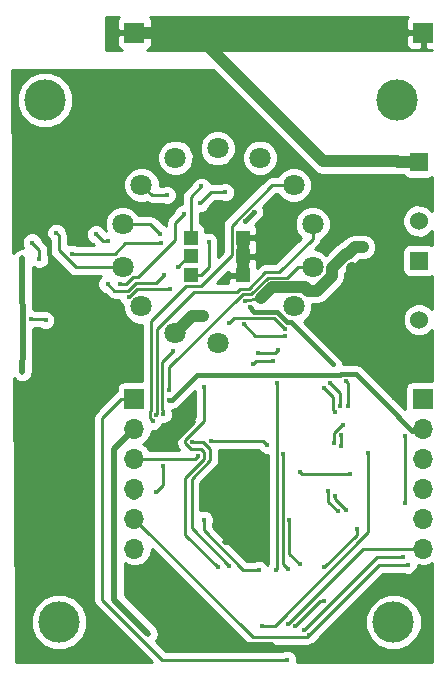
<source format=gtl>
%TF.GenerationSoftware,KiCad,Pcbnew,4.0.7*%
%TF.CreationDate,2017-11-15T23:53:34+08:00*%
%TF.ProjectId,finalRoundNixie,66696E616C526F756E644E697869652E,rev?*%
%TF.FileFunction,Copper,L1,Top,Signal*%
%FSLAX46Y46*%
G04 Gerber Fmt 4.6, Leading zero omitted, Abs format (unit mm)*
G04 Created by KiCad (PCBNEW 4.0.7) date 11/15/17 23:53:34*
%MOMM*%
%LPD*%
G01*
G04 APERTURE LIST*
%ADD10C,0.100000*%
%ADD11R,1.700000X1.700000*%
%ADD12O,1.700000X1.700000*%
%ADD13R,1.524000X1.524000*%
%ADD14C,1.524000*%
%ADD15R,1.200000X1.200000*%
%ADD16C,1.800000*%
%ADD17C,3.500000*%
%ADD18C,0.453000*%
%ADD19C,0.400000*%
%ADD20C,1.000000*%
%ADD21C,0.250000*%
%ADD22C,0.500000*%
%ADD23C,1.000000*%
%ADD24C,0.400000*%
%ADD25C,0.254000*%
G04 APERTURE END LIST*
D10*
D11*
X35500000Y-33000000D03*
D12*
X35500000Y-35540000D03*
X35500000Y-38080000D03*
X35500000Y-40620000D03*
X35500000Y-43160000D03*
X35500000Y-45700000D03*
D11*
X11100000Y-33000000D03*
D12*
X11100000Y-35540000D03*
X11100000Y-38080000D03*
X11100000Y-40620000D03*
X11100000Y-43160000D03*
X11100000Y-45700000D03*
D13*
X35150000Y-12950000D03*
D14*
X35150000Y-17950000D03*
D13*
X35200000Y-21300000D03*
D14*
X35200000Y-26300000D03*
D11*
X11100000Y-2000000D03*
X35550000Y-2000000D03*
D15*
X20250000Y-19350000D03*
X20250000Y-20950000D03*
X15850000Y-19350000D03*
X15850000Y-20950000D03*
X15850000Y-22550000D03*
X20250000Y-22550000D03*
D16*
X18143155Y-11785798D03*
X14563614Y-12602805D03*
X11693045Y-14892007D03*
X10100000Y-18200000D03*
X10100000Y-21871596D03*
X11693045Y-25179589D03*
X14563614Y-27468791D03*
X18143155Y-28285798D03*
X24593265Y-25179589D03*
X26186310Y-21871596D03*
X26186310Y-18200000D03*
X24593265Y-14892007D03*
X21722696Y-12602805D03*
D17*
X33030000Y-51900000D03*
X4700000Y-51900000D03*
X3500000Y-7700000D03*
X33300000Y-7700000D03*
D18*
X27135030Y-50135030D03*
X24725741Y-52234319D03*
X3850000Y-19750000D03*
X18610000Y-52930000D03*
X22780010Y-53868490D03*
X6160000Y-29300000D03*
X3090000Y-24380000D03*
D19*
X14620000Y-36420000D03*
X16059998Y-34950000D03*
X6925000Y-16700000D03*
X4625000Y-16600000D03*
X29525000Y-24975000D03*
X29500000Y-21650000D03*
X22000000Y-42950000D03*
X18750000Y-45100000D03*
X1650000Y-28719990D03*
D18*
X5790000Y-20720000D03*
X13330000Y-19850000D03*
X1590000Y-21123500D03*
X1600000Y-30740000D03*
D19*
X21254048Y-17159568D03*
X20425000Y-17988616D03*
X27900000Y-30075000D03*
X20850000Y-25250000D03*
X16775000Y-15025000D03*
X14800000Y-21825000D03*
X17375000Y-19699987D03*
X24100000Y-52050000D03*
X25916120Y-52977817D03*
X34240000Y-47050000D03*
X22356139Y-36910010D03*
X17599998Y-36575010D03*
X16470864Y-37822533D03*
X29380000Y-39360000D03*
X25089998Y-39200000D03*
D18*
X28840000Y-1975000D03*
X30110000Y-1975000D03*
X31380000Y-1975000D03*
X32650000Y-1975000D03*
X18680000Y-1975000D03*
X13600000Y-2000000D03*
X14870000Y-2000000D03*
X16200000Y-2000000D03*
D20*
X30450010Y-20149999D03*
D19*
X16900000Y-26025000D03*
X20450000Y-24700000D03*
D18*
X10620155Y-24399500D03*
X14070000Y-23720000D03*
X8830000Y-23280000D03*
X13570000Y-22510000D03*
X15298490Y-17344685D03*
X9850000Y-23300000D03*
X7850000Y-19080000D03*
X8850000Y-19680000D03*
D19*
X4475000Y-18950000D03*
X28624827Y-36027651D03*
X28995500Y-42424809D03*
X28050000Y-41210000D03*
X23845010Y-27697615D03*
X13273761Y-19023761D03*
X27140256Y-32054796D03*
X28106576Y-34098371D03*
X20350000Y-26700000D03*
X28581060Y-37024689D03*
X28475010Y-33600000D03*
X28299248Y-42510012D03*
X27498916Y-40819519D03*
X23845010Y-27097602D03*
X28774990Y-35228547D03*
X19136609Y-26549882D03*
X27636376Y-31701116D03*
X28031942Y-36782854D03*
X13850000Y-15750000D03*
X14336990Y-28985789D03*
X13550000Y-34285002D03*
X12964844Y-40864098D03*
X13550000Y-38700000D03*
X12655318Y-34909800D03*
X12929215Y-34334984D03*
X14025010Y-32299140D03*
X29010655Y-31516402D03*
X29175000Y-33575000D03*
X23101246Y-47470010D03*
X23170000Y-31690000D03*
D18*
X2425001Y-19771104D03*
X3050000Y-21150000D03*
D19*
X21610000Y-47470010D03*
X16990000Y-43230000D03*
X16001067Y-36643534D03*
X19140000Y-47120000D03*
X27180000Y-47280000D03*
X29920000Y-44050000D03*
X17000000Y-31980000D03*
X18140000Y-47230000D03*
X24225010Y-43270000D03*
X25130000Y-47030000D03*
X21911239Y-52258761D03*
X30910000Y-37590000D03*
X24139602Y-47415920D03*
X23700000Y-37650000D03*
D18*
X23230000Y-28870000D03*
X21520000Y-29140000D03*
X21124624Y-30062309D03*
X22870000Y-29790000D03*
D19*
X12280000Y-52890000D03*
X14025010Y-33090632D03*
X32350000Y-33400000D03*
X25450000Y-52600000D03*
D18*
X24026500Y-55100000D03*
D19*
X3570000Y-26360000D03*
X2361109Y-26230088D03*
X33799989Y-46430464D03*
X33970000Y-36120000D03*
X34040000Y-41860000D03*
X18800000Y-15525000D03*
X16650000Y-16450000D03*
D21*
X24725741Y-52234319D02*
X26825030Y-50135030D01*
X26825030Y-50135030D02*
X27135030Y-50135030D01*
X3850000Y-23620000D02*
X3850000Y-19750000D01*
X3090000Y-24380000D02*
X3850000Y-23620000D01*
X4625000Y-16600000D02*
X6825000Y-16600000D01*
X6825000Y-16600000D02*
X6925000Y-16700000D01*
D22*
X18610000Y-52930000D02*
X19548490Y-53868490D01*
X19548490Y-53868490D02*
X22780010Y-53868490D01*
D21*
X5510000Y-26800000D02*
X5510000Y-28650000D01*
X5510000Y-28650000D02*
X6160000Y-29300000D01*
X3090000Y-24380000D02*
X5510000Y-26800000D01*
D22*
X14620000Y-36389998D02*
X14620000Y-36420000D01*
X16059998Y-34950000D02*
X14620000Y-36389998D01*
D23*
X20250000Y-20950000D02*
X20250000Y-22550000D01*
X20250000Y-19350000D02*
X20250000Y-20950000D01*
X29525000Y-21957842D02*
X29525000Y-24975000D01*
D22*
X29500000Y-21650000D02*
X29500000Y-21932842D01*
D23*
X29500000Y-21932842D02*
X29525000Y-21957842D01*
X22000000Y-42950000D02*
X21380000Y-43570000D01*
X21380000Y-43570000D02*
X20825000Y-43570000D01*
X11100000Y-41075000D02*
X11100000Y-40630000D01*
D22*
X20095000Y-45100000D02*
X18750000Y-45100000D01*
D23*
X20825000Y-43570000D02*
X20825000Y-44370000D01*
X20825000Y-44370000D02*
X20095000Y-45100000D01*
D22*
X1600000Y-30740000D02*
X1650000Y-28719990D01*
X1650000Y-28719990D02*
X1600000Y-21133500D01*
D21*
X13330000Y-19850000D02*
X10308594Y-19850000D01*
X10308594Y-19850000D02*
X9438594Y-20720000D01*
X9438594Y-20720000D02*
X5790000Y-20720000D01*
D24*
X24322600Y-26497600D02*
X27900000Y-30075000D01*
X24039758Y-26497600D02*
X24322600Y-26497600D01*
X21225000Y-25625000D02*
X23167158Y-25625000D01*
X20850000Y-25250000D02*
X21225000Y-25625000D01*
X23167158Y-25625000D02*
X24039758Y-26497600D01*
D22*
X1600000Y-21133500D02*
X1590000Y-21123500D01*
D24*
X20425000Y-17988616D02*
X21254048Y-17159568D01*
D21*
X16775000Y-15025000D02*
X15850000Y-15950000D01*
X15850000Y-15950000D02*
X15850000Y-19350000D01*
X14800000Y-21825000D02*
X15675000Y-20950000D01*
X15675000Y-20950000D02*
X15850000Y-20950000D01*
X17375000Y-21875000D02*
X17375000Y-19982829D01*
X16700000Y-22550000D02*
X17375000Y-21875000D01*
X15850000Y-22550000D02*
X16700000Y-22550000D01*
X17375000Y-19982829D02*
X17375000Y-19699987D01*
X30450000Y-45700000D02*
X24100000Y-52050000D01*
X35500000Y-45700000D02*
X30450000Y-45700000D01*
X11100000Y-43160000D02*
X21117816Y-53177816D01*
X25716121Y-53177816D02*
X25916120Y-52977817D01*
X31843937Y-47050000D02*
X25916120Y-52977817D01*
X34240000Y-47050000D02*
X31843937Y-47050000D01*
X21117816Y-53177816D02*
X25716121Y-53177816D01*
X22021139Y-36575010D02*
X22356139Y-36910010D01*
X17599998Y-36575010D02*
X22021139Y-36575010D01*
X16213397Y-38080000D02*
X16470864Y-37822533D01*
X11100000Y-38080000D02*
X16213397Y-38080000D01*
X25089998Y-39200000D02*
X25289998Y-39400000D01*
X25289998Y-39400000D02*
X29340000Y-39400000D01*
X29340000Y-39400000D02*
X29380000Y-39360000D01*
D23*
X16200000Y-2000000D02*
X18655000Y-2000000D01*
X18655000Y-2000000D02*
X18680000Y-1975000D01*
X13600000Y-2000000D02*
X11100000Y-2000000D01*
X14870000Y-2000000D02*
X13600000Y-2000000D01*
X16200000Y-2000000D02*
X14870000Y-2000000D01*
X27100000Y-12900000D02*
X16200000Y-2000000D01*
X35150000Y-12950000D02*
X33388000Y-12950000D01*
X33388000Y-12950000D02*
X33338000Y-12900000D01*
X33338000Y-12900000D02*
X27100000Y-12900000D01*
X25525000Y-23579588D02*
X22720411Y-23579588D01*
X25800000Y-23854588D02*
X25525000Y-23579588D01*
D21*
X20676448Y-24675000D02*
X21833280Y-24466719D01*
D23*
X22720411Y-23579588D02*
X21833280Y-24466719D01*
X27786311Y-21949461D02*
X27786311Y-22639597D01*
X30450010Y-20149999D02*
X29742904Y-20149999D01*
X29002939Y-20732833D02*
X27786311Y-21949461D01*
X29742904Y-20149999D02*
X29160070Y-20732833D01*
X27786311Y-22639597D02*
X26571320Y-23854588D01*
X29160070Y-20732833D02*
X29002939Y-20732833D01*
X26571320Y-23854588D02*
X25800000Y-23854588D01*
D21*
X20475000Y-24675000D02*
X20676448Y-24675000D01*
X20450000Y-24700000D02*
X20475000Y-24675000D01*
D23*
X16900000Y-26025000D02*
X16007405Y-26025000D01*
X16007405Y-26025000D02*
X14563614Y-27468791D01*
D21*
X10660132Y-24399500D02*
X10620155Y-24399500D01*
X11339632Y-23720000D02*
X10660132Y-24399500D01*
X14070000Y-23720000D02*
X11339632Y-23720000D01*
X10573222Y-23850000D02*
X10300000Y-23850000D01*
X12920000Y-23160000D02*
X11263222Y-23160000D01*
X11263222Y-23160000D02*
X10573222Y-23850000D01*
X13570000Y-22510000D02*
X12920000Y-23160000D01*
X10300000Y-23850000D02*
X10298499Y-23851501D01*
X10298499Y-23851501D02*
X9401501Y-23851501D01*
X9401501Y-23851501D02*
X8830000Y-23280000D01*
X15071991Y-17571184D02*
X15298490Y-17344685D01*
X14549867Y-18093308D02*
X15071991Y-17571184D01*
X11360330Y-22709989D02*
X14549867Y-19520452D01*
X14549867Y-19520452D02*
X14549867Y-18093308D01*
X11003600Y-22709989D02*
X11360330Y-22709989D01*
X10413589Y-23300000D02*
X11003600Y-22709989D01*
X9850000Y-23300000D02*
X10413589Y-23300000D01*
X8850000Y-19680000D02*
X8450000Y-19680000D01*
X8450000Y-19680000D02*
X7850000Y-19080000D01*
X4475000Y-18950000D02*
X4674999Y-19149999D01*
X4674999Y-19149999D02*
X4674999Y-20421223D01*
X4674999Y-20421223D02*
X6125372Y-21871596D01*
X6125372Y-21871596D02*
X10100000Y-21871596D01*
X28581060Y-36071418D02*
X28624827Y-36027651D01*
X28581060Y-37024689D02*
X28581060Y-36071418D01*
X27950000Y-32864540D02*
X27950000Y-33941795D01*
X27950000Y-33941795D02*
X28106576Y-34098371D01*
X27140256Y-32054796D02*
X27950000Y-32864540D01*
X28050000Y-41479309D02*
X28050000Y-41210000D01*
X28995500Y-42424809D02*
X28050000Y-41479309D01*
X21347615Y-27697615D02*
X23845010Y-27697615D01*
X20350000Y-26700000D02*
X21347615Y-27697615D01*
X12450000Y-18200000D02*
X13273761Y-19023761D01*
X10100000Y-18200000D02*
X12450000Y-18200000D01*
X28031942Y-36782854D02*
X28031942Y-35878058D01*
X28031942Y-35878058D02*
X28681453Y-35228547D01*
X28681453Y-35228547D02*
X28774990Y-35228547D01*
X28475010Y-32539750D02*
X28475010Y-33600000D01*
X27636376Y-31701116D02*
X28475010Y-32539750D01*
X27498916Y-41709680D02*
X28299248Y-42510012D01*
X27498916Y-40819519D02*
X27498916Y-41709680D01*
X22897419Y-26150011D02*
X23845010Y-27097602D01*
X19136609Y-26549882D02*
X19536480Y-26150011D01*
X19536480Y-26150011D02*
X22897419Y-26150011D01*
X13850000Y-15750000D02*
X12551038Y-15750000D01*
X12551038Y-15750000D02*
X11693045Y-14892007D01*
X13427875Y-29894904D02*
X14336990Y-28985789D01*
X13550000Y-34002160D02*
X13427875Y-33880035D01*
X13550000Y-34285002D02*
X13550000Y-34002160D01*
X13427875Y-33880035D02*
X13427875Y-29894904D01*
X22000000Y-13080109D02*
X21522696Y-12602805D01*
X13550000Y-38700000D02*
X13550000Y-40278942D01*
X13550000Y-40278942D02*
X12964844Y-40864098D01*
X19324999Y-18346140D02*
X19324999Y-20860003D01*
X12517532Y-33969663D02*
X12404213Y-34082982D01*
X24593265Y-14892007D02*
X22779132Y-14892007D01*
X22779132Y-14892007D02*
X19324999Y-18346140D01*
X12517532Y-26384470D02*
X12517532Y-33969663D01*
X19324999Y-20860003D02*
X16710000Y-23475001D01*
X15427001Y-23475001D02*
X12517532Y-26384470D01*
X16710000Y-23475001D02*
X15427001Y-23475001D01*
X12404213Y-34082982D02*
X12404213Y-34658695D01*
X12404213Y-34658695D02*
X12655318Y-34909800D01*
X12974999Y-27096404D02*
X12974999Y-34289200D01*
X16146391Y-23925012D02*
X12974999Y-27096404D01*
X20061607Y-23674978D02*
X19811573Y-23925012D01*
X20821871Y-23674978D02*
X20061607Y-23674978D01*
X22192282Y-22304566D02*
X20821871Y-23674978D01*
X26186310Y-19472792D02*
X23354536Y-22304566D01*
X12974999Y-34289200D02*
X12929215Y-34334984D01*
X26186310Y-18200000D02*
X26186310Y-19472792D01*
X19811573Y-23925012D02*
X16146391Y-23925012D01*
X23354536Y-22304566D02*
X22192282Y-22304566D01*
X20248007Y-24124989D02*
X14025010Y-30347986D01*
X21008270Y-24124989D02*
X20248007Y-24124989D01*
X14025010Y-30347986D02*
X14025010Y-32299140D01*
X24030537Y-22754577D02*
X22378682Y-22754577D01*
X24913518Y-21871596D02*
X24030537Y-22754577D01*
X22378682Y-22754577D02*
X21008270Y-24124989D01*
X26186310Y-21871596D02*
X24913518Y-21871596D01*
X29175000Y-31680747D02*
X29010655Y-31516402D01*
X29175000Y-33575000D02*
X29175000Y-31680747D01*
X23170000Y-47401256D02*
X23101246Y-47470010D01*
X23170000Y-31690000D02*
X23170000Y-47401256D01*
X3050000Y-21150000D02*
X3050000Y-20396103D01*
X3050000Y-20396103D02*
X2425001Y-19771104D01*
X20306824Y-47470010D02*
X21610000Y-47470010D01*
X16990000Y-43230000D02*
X16990000Y-44153186D01*
X16990000Y-44153186D02*
X20306824Y-47470010D01*
X16891520Y-36643534D02*
X16001067Y-36643534D01*
X17535013Y-37287027D02*
X16891520Y-36643534D01*
X15930000Y-39781323D02*
X17535013Y-38176310D01*
X15930000Y-43910000D02*
X15930000Y-39781323D01*
X19140000Y-47120000D02*
X15930000Y-43910000D01*
X17535013Y-38176310D02*
X17535013Y-37287027D01*
X29920000Y-44050000D02*
X29920000Y-44540000D01*
X29920000Y-44540000D02*
X27180000Y-47280000D01*
X16996925Y-38077987D02*
X16996925Y-37540572D01*
X15864610Y-37249555D02*
X15395055Y-36780000D01*
X18140000Y-47230000D02*
X15404998Y-44494998D01*
X15404998Y-44494998D02*
X15404998Y-39669914D01*
X15404998Y-39669914D02*
X16996925Y-38077987D01*
X16996925Y-37540572D02*
X16705908Y-37249555D01*
X16705908Y-37249555D02*
X15864610Y-37249555D01*
X15395055Y-36780000D02*
X15395055Y-36479153D01*
X15395055Y-36479153D02*
X17000000Y-34874208D01*
X17000000Y-34874208D02*
X17000000Y-31980000D01*
X24225010Y-46125010D02*
X24225010Y-43270000D01*
X25130000Y-47030000D02*
X24225010Y-46125010D01*
X22974081Y-52258761D02*
X21911239Y-52258761D01*
X30910000Y-37590000D02*
X30910000Y-44322842D01*
X30910000Y-44322842D02*
X22974081Y-52258761D01*
X23700000Y-46976318D02*
X24139602Y-47415920D01*
X23700000Y-37650000D02*
X23700000Y-46976318D01*
X21520000Y-29140000D02*
X22960000Y-29140000D01*
X22960000Y-29140000D02*
X23230000Y-28870000D01*
X22870000Y-29790000D02*
X21396933Y-29790000D01*
X21396933Y-29790000D02*
X21124624Y-30062309D01*
D24*
X14307852Y-33090632D02*
X14025010Y-33090632D01*
X28595595Y-30916401D02*
X28511996Y-31000000D01*
X28511996Y-31000000D02*
X16398484Y-31000000D01*
X29866401Y-30916401D02*
X28595595Y-30916401D01*
X32350000Y-33400000D02*
X29866401Y-30916401D01*
X16398484Y-31000000D02*
X14307852Y-33090632D01*
D22*
X12280000Y-52890000D02*
X9400000Y-50010000D01*
X9400000Y-50010000D02*
X9400000Y-37240000D01*
X9400000Y-37240000D02*
X11100000Y-35540000D01*
D24*
X34640000Y-35690000D02*
X35550000Y-35690000D01*
X32350000Y-33400000D02*
X34640000Y-35690000D01*
D21*
X31619536Y-46430464D02*
X25450000Y-52600000D01*
X33799989Y-46430464D02*
X31619536Y-46430464D01*
X8360000Y-50030000D02*
X13430000Y-55100000D01*
X13430000Y-55100000D02*
X24026500Y-55100000D01*
X8360000Y-34640000D02*
X8360000Y-50030000D01*
X11100000Y-33000000D02*
X10000000Y-33000000D01*
X10000000Y-33000000D02*
X8360000Y-34640000D01*
X3440088Y-26230088D02*
X3570000Y-26360000D01*
X2361109Y-26230088D02*
X3440088Y-26230088D01*
X34040000Y-41860000D02*
X34040000Y-36190000D01*
X34040000Y-36190000D02*
X33970000Y-36120000D01*
X16650000Y-16450000D02*
X17575000Y-15525000D01*
X17575000Y-15525000D02*
X18800000Y-15525000D01*
D25*
G36*
X26297434Y-13702566D02*
X26665654Y-13948603D01*
X27100000Y-14035000D01*
X33136631Y-14035000D01*
X33388000Y-14085000D01*
X33873435Y-14085000D01*
X33923910Y-14163441D01*
X34136110Y-14308431D01*
X34388000Y-14359440D01*
X35912000Y-14359440D01*
X36147317Y-14315162D01*
X36290000Y-14223348D01*
X36290000Y-17114608D01*
X35942370Y-16766371D01*
X35429100Y-16553243D01*
X34873339Y-16552758D01*
X34359697Y-16764990D01*
X33966371Y-17157630D01*
X33753243Y-17670900D01*
X33752758Y-18226661D01*
X33964990Y-18740303D01*
X34357630Y-19133629D01*
X34870900Y-19346757D01*
X35426661Y-19347242D01*
X35940303Y-19135010D01*
X36290000Y-18785923D01*
X36290000Y-19993573D01*
X36213890Y-19941569D01*
X35962000Y-19890560D01*
X34438000Y-19890560D01*
X34202683Y-19934838D01*
X33986559Y-20073910D01*
X33841569Y-20286110D01*
X33790560Y-20538000D01*
X33790560Y-22062000D01*
X33834838Y-22297317D01*
X33973910Y-22513441D01*
X34186110Y-22658431D01*
X34438000Y-22709440D01*
X35962000Y-22709440D01*
X36197317Y-22665162D01*
X36290000Y-22605522D01*
X36290000Y-25414521D01*
X35992370Y-25116371D01*
X35479100Y-24903243D01*
X34923339Y-24902758D01*
X34409697Y-25114990D01*
X34016371Y-25507630D01*
X33803243Y-26020900D01*
X33802758Y-26576661D01*
X34014990Y-27090303D01*
X34407630Y-27483629D01*
X34920900Y-27696757D01*
X35476661Y-27697242D01*
X35990303Y-27485010D01*
X36290000Y-27185836D01*
X36290000Y-31502560D01*
X34650000Y-31502560D01*
X34414683Y-31546838D01*
X34198559Y-31685910D01*
X34053569Y-31898110D01*
X34002560Y-32150000D01*
X34002560Y-33850000D01*
X34007588Y-33876720D01*
X32941236Y-32810368D01*
X32823607Y-32692534D01*
X32823256Y-32692388D01*
X30456835Y-30325967D01*
X30347089Y-30252637D01*
X30185942Y-30144962D01*
X29866401Y-30081401D01*
X28734995Y-30081401D01*
X28735145Y-29909637D01*
X28608292Y-29602628D01*
X28373607Y-29367534D01*
X28373256Y-29367388D01*
X25474592Y-26468724D01*
X25893816Y-26050232D01*
X26127998Y-25486259D01*
X26128431Y-24989588D01*
X26571320Y-24989588D01*
X27005666Y-24903191D01*
X27373886Y-24657154D01*
X28588877Y-23442163D01*
X28612465Y-23406861D01*
X28834914Y-23073943D01*
X28921311Y-22639597D01*
X28921311Y-22419593D01*
X29550790Y-21790114D01*
X29594416Y-21781436D01*
X29962636Y-21535399D01*
X30213036Y-21284999D01*
X30449019Y-21284999D01*
X30674785Y-21285196D01*
X31092096Y-21112766D01*
X31411655Y-20793764D01*
X31584813Y-20376755D01*
X31585207Y-19925224D01*
X31412777Y-19507913D01*
X31093775Y-19188354D01*
X30676766Y-19015196D01*
X30225235Y-19014802D01*
X30224758Y-19014999D01*
X29742904Y-19014999D01*
X29308558Y-19101396D01*
X29037568Y-19282466D01*
X28940338Y-19347433D01*
X28612219Y-19675552D01*
X28568593Y-19684230D01*
X28259799Y-19890560D01*
X28200373Y-19930267D01*
X27308054Y-20822586D01*
X27056953Y-20571045D01*
X26492980Y-20336863D01*
X26397125Y-20336779D01*
X26723711Y-20010193D01*
X26888458Y-19763632D01*
X26930261Y-19553477D01*
X27054681Y-19502068D01*
X27486861Y-19070643D01*
X27721043Y-18506670D01*
X27721575Y-17896009D01*
X27488378Y-17331629D01*
X27056953Y-16899449D01*
X26492980Y-16665267D01*
X25882319Y-16664735D01*
X25317939Y-16897932D01*
X24885759Y-17329357D01*
X24651577Y-17893330D01*
X24651045Y-18503991D01*
X24884242Y-19068371D01*
X25199809Y-19384491D01*
X23039734Y-21544566D01*
X22192282Y-21544566D01*
X21901443Y-21602418D01*
X21654881Y-21767165D01*
X21485000Y-21937046D01*
X21485000Y-21823690D01*
X21454477Y-21750000D01*
X21485000Y-21676310D01*
X21485000Y-21235750D01*
X21326250Y-21077000D01*
X20377000Y-21077000D01*
X20377000Y-22423000D01*
X20397000Y-22423000D01*
X20397000Y-22677000D01*
X20377000Y-22677000D01*
X20377000Y-22697000D01*
X20123000Y-22697000D01*
X20123000Y-22677000D01*
X19173750Y-22677000D01*
X19015000Y-22835750D01*
X19015000Y-23165012D01*
X18094791Y-23165012D01*
X19015000Y-22244804D01*
X19015000Y-22264250D01*
X19173750Y-22423000D01*
X20123000Y-22423000D01*
X20123000Y-21077000D01*
X20103000Y-21077000D01*
X20103000Y-20823000D01*
X20123000Y-20823000D01*
X20123000Y-19477000D01*
X20377000Y-19477000D01*
X20377000Y-20823000D01*
X21326250Y-20823000D01*
X21485000Y-20664250D01*
X21485000Y-20223690D01*
X21454477Y-20150000D01*
X21485000Y-20076310D01*
X21485000Y-19635750D01*
X21326250Y-19477000D01*
X20377000Y-19477000D01*
X20123000Y-19477000D01*
X20103000Y-19477000D01*
X20103000Y-19223000D01*
X20123000Y-19223000D01*
X20123000Y-19203000D01*
X20377000Y-19203000D01*
X20377000Y-19223000D01*
X21326250Y-19223000D01*
X21485000Y-19064250D01*
X21485000Y-18623690D01*
X21388327Y-18390301D01*
X21296255Y-18298229D01*
X21843680Y-17750804D01*
X21961514Y-17633175D01*
X22088903Y-17326389D01*
X22089193Y-16994205D01*
X21990527Y-16755414D01*
X23093934Y-15652007D01*
X23246419Y-15652007D01*
X23291197Y-15760378D01*
X23722622Y-16192558D01*
X24286595Y-16426740D01*
X24897256Y-16427272D01*
X25461636Y-16194075D01*
X25893816Y-15762650D01*
X26127998Y-15198677D01*
X26128530Y-14588016D01*
X25895333Y-14023636D01*
X25463908Y-13591456D01*
X24899935Y-13357274D01*
X24289274Y-13356742D01*
X23724894Y-13589939D01*
X23292714Y-14021364D01*
X23246771Y-14132007D01*
X22779132Y-14132007D01*
X22488293Y-14189859D01*
X22241731Y-14354606D01*
X18787598Y-17808739D01*
X18622851Y-18055301D01*
X18564999Y-18346140D01*
X18564999Y-20545201D01*
X18135000Y-20975200D01*
X18135000Y-20047078D01*
X18209855Y-19866808D01*
X18210145Y-19534624D01*
X18083292Y-19227615D01*
X17848607Y-18992521D01*
X17541821Y-18865132D01*
X17209637Y-18864842D01*
X17097440Y-18911201D01*
X17097440Y-18750000D01*
X17053162Y-18514683D01*
X16914090Y-18298559D01*
X16701890Y-18153569D01*
X16610000Y-18134961D01*
X16610000Y-17284966D01*
X16815363Y-17285145D01*
X17122372Y-17158292D01*
X17357466Y-16923607D01*
X17432929Y-16741873D01*
X17889802Y-16285000D01*
X18452909Y-16285000D01*
X18633179Y-16359855D01*
X18965363Y-16360145D01*
X19272372Y-16233292D01*
X19507466Y-15998607D01*
X19634855Y-15691821D01*
X19635145Y-15359637D01*
X19508292Y-15052628D01*
X19273607Y-14817534D01*
X18966821Y-14690145D01*
X18634637Y-14689855D01*
X18452771Y-14765000D01*
X17575000Y-14765000D01*
X17571343Y-14765728D01*
X17483292Y-14552628D01*
X17248607Y-14317534D01*
X16941821Y-14190145D01*
X16609637Y-14189855D01*
X16302628Y-14316708D01*
X16067534Y-14551393D01*
X15992071Y-14733127D01*
X15312599Y-15412599D01*
X15147852Y-15659161D01*
X15090000Y-15950000D01*
X15090000Y-16498687D01*
X14811127Y-16613915D01*
X14568572Y-16856047D01*
X14466493Y-17101880D01*
X14012466Y-17555907D01*
X13847719Y-17802469D01*
X13789867Y-18093308D01*
X13789867Y-18358868D01*
X13747368Y-18316295D01*
X13565634Y-18240832D01*
X12987401Y-17662599D01*
X12740839Y-17497852D01*
X12450000Y-17440000D01*
X11446846Y-17440000D01*
X11402068Y-17331629D01*
X10970643Y-16899449D01*
X10406670Y-16665267D01*
X9796009Y-16664735D01*
X9231629Y-16897932D01*
X8799449Y-17329357D01*
X8565267Y-17893330D01*
X8564735Y-18503991D01*
X8694631Y-18818364D01*
X8679389Y-18818351D01*
X8674814Y-18820241D01*
X8580770Y-18592637D01*
X8338638Y-18350082D01*
X8022115Y-18218650D01*
X7679389Y-18218351D01*
X7362637Y-18349230D01*
X7120082Y-18591362D01*
X6988650Y-18907885D01*
X6988351Y-19250611D01*
X7119230Y-19567363D01*
X7361362Y-19809918D01*
X7607195Y-19911997D01*
X7655198Y-19960000D01*
X6206193Y-19960000D01*
X5962115Y-19858650D01*
X5619389Y-19858351D01*
X5434999Y-19934539D01*
X5434999Y-19149999D01*
X5413185Y-19040334D01*
X5377147Y-18859159D01*
X5282261Y-18717152D01*
X5183292Y-18477628D01*
X4948607Y-18242534D01*
X4641821Y-18115145D01*
X4309637Y-18114855D01*
X4002628Y-18241708D01*
X3767534Y-18476393D01*
X3640145Y-18783179D01*
X3639855Y-19115363D01*
X3766708Y-19422372D01*
X3914999Y-19570921D01*
X3914999Y-20421223D01*
X3972851Y-20712062D01*
X4137598Y-20958624D01*
X5587971Y-22408997D01*
X5834532Y-22573744D01*
X6125372Y-22631596D01*
X8260127Y-22631596D01*
X8100082Y-22791362D01*
X7968650Y-23107885D01*
X7968351Y-23450611D01*
X8099230Y-23767363D01*
X8341362Y-24009918D01*
X8587195Y-24111997D01*
X8864100Y-24388902D01*
X9110661Y-24553649D01*
X9158915Y-24563247D01*
X9401501Y-24611501D01*
X9775608Y-24611501D01*
X9889385Y-24886863D01*
X10131517Y-25129418D01*
X10158079Y-25140447D01*
X10157780Y-25483580D01*
X10390977Y-26047960D01*
X10822402Y-26480140D01*
X11386375Y-26714322D01*
X11757532Y-26714645D01*
X11757532Y-31502560D01*
X10250000Y-31502560D01*
X10014683Y-31546838D01*
X9798559Y-31685910D01*
X9653569Y-31898110D01*
X9602560Y-32150000D01*
X9602560Y-32369080D01*
X9462599Y-32462599D01*
X7822599Y-34102599D01*
X7657852Y-34349161D01*
X7600000Y-34640000D01*
X7600000Y-50030000D01*
X7657852Y-50320839D01*
X7822599Y-50567401D01*
X12568198Y-55313000D01*
X1056198Y-55313000D01*
X1037590Y-52372325D01*
X2314587Y-52372325D01*
X2676916Y-53249229D01*
X3347242Y-53920726D01*
X4223513Y-54284585D01*
X5172325Y-54285413D01*
X6049229Y-53923084D01*
X6720726Y-53252758D01*
X7084585Y-52376487D01*
X7085413Y-51427675D01*
X6723084Y-50550771D01*
X6052758Y-49879274D01*
X5176487Y-49515415D01*
X4227675Y-49514587D01*
X3350771Y-49876916D01*
X2679274Y-50547242D01*
X2315415Y-51423513D01*
X2314587Y-52372325D01*
X1037590Y-52372325D01*
X904015Y-31263374D01*
X958917Y-31350113D01*
X1069651Y-31428134D01*
X1111362Y-31469918D01*
X1154201Y-31487706D01*
X1241197Y-31549002D01*
X1373357Y-31578708D01*
X1427885Y-31601350D01*
X1474270Y-31601390D01*
X1578101Y-31624729D01*
X1711571Y-31601597D01*
X1770611Y-31601649D01*
X1813480Y-31583936D01*
X1918339Y-31565763D01*
X2032797Y-31493316D01*
X2087363Y-31470770D01*
X2120190Y-31438000D01*
X2210113Y-31381083D01*
X2288134Y-31270349D01*
X2329918Y-31228638D01*
X2347706Y-31185799D01*
X2409002Y-31098803D01*
X2438708Y-30966643D01*
X2461350Y-30912115D01*
X2461390Y-30865730D01*
X2484729Y-30761899D01*
X2534729Y-28741889D01*
X2532322Y-28728001D01*
X2534981Y-28714158D01*
X2524113Y-27065231D01*
X2526472Y-27065233D01*
X2708338Y-26990088D01*
X3019150Y-26990088D01*
X3096393Y-27067466D01*
X3403179Y-27194855D01*
X3735363Y-27195145D01*
X4042372Y-27068292D01*
X4277466Y-26833607D01*
X4404855Y-26526821D01*
X4405145Y-26194637D01*
X4278292Y-25887628D01*
X4043607Y-25652534D01*
X3736821Y-25525145D01*
X3716788Y-25525128D01*
X3440088Y-25470088D01*
X2708200Y-25470088D01*
X2527930Y-25395233D01*
X2513107Y-25395220D01*
X2489464Y-21807895D01*
X2561362Y-21879918D01*
X2877885Y-22011350D01*
X3220611Y-22011649D01*
X3537363Y-21880770D01*
X3779918Y-21638638D01*
X3911350Y-21322115D01*
X3911649Y-20979389D01*
X3810000Y-20733379D01*
X3810000Y-20396103D01*
X3752148Y-20105264D01*
X3587401Y-19858702D01*
X3256695Y-19527996D01*
X3155771Y-19283741D01*
X2913639Y-19041186D01*
X2597116Y-18909754D01*
X2254390Y-18909455D01*
X1937638Y-19040334D01*
X1695083Y-19282466D01*
X1563651Y-19598989D01*
X1563352Y-19941715D01*
X1694231Y-20258467D01*
X1695184Y-20259422D01*
X1590000Y-20238499D01*
X1472372Y-20261897D01*
X1419389Y-20261851D01*
X1369988Y-20282263D01*
X1251326Y-20305867D01*
X1151609Y-20372495D01*
X1102637Y-20392730D01*
X1064808Y-20430494D01*
X964210Y-20497710D01*
X897581Y-20597429D01*
X860082Y-20634862D01*
X839583Y-20684230D01*
X837096Y-20687953D01*
X802344Y-15195998D01*
X10157780Y-15195998D01*
X10390977Y-15760378D01*
X10822402Y-16192558D01*
X11386375Y-16426740D01*
X11997036Y-16427272D01*
X12136640Y-16369589D01*
X12260198Y-16452148D01*
X12551038Y-16510000D01*
X13502909Y-16510000D01*
X13683179Y-16584855D01*
X14015363Y-16585145D01*
X14322372Y-16458292D01*
X14557466Y-16223607D01*
X14684855Y-15916821D01*
X14685145Y-15584637D01*
X14558292Y-15277628D01*
X14323607Y-15042534D01*
X14016821Y-14915145D01*
X13684637Y-14914855D01*
X13502771Y-14990000D01*
X13227960Y-14990000D01*
X13228310Y-14588016D01*
X12995113Y-14023636D01*
X12563688Y-13591456D01*
X11999715Y-13357274D01*
X11389054Y-13356742D01*
X10824674Y-13589939D01*
X10392494Y-14021364D01*
X10158312Y-14585337D01*
X10157780Y-15195998D01*
X802344Y-15195998D01*
X787859Y-12906796D01*
X13028349Y-12906796D01*
X13261546Y-13471176D01*
X13692971Y-13903356D01*
X14256944Y-14137538D01*
X14867605Y-14138070D01*
X15431985Y-13904873D01*
X15864165Y-13473448D01*
X16098347Y-12909475D01*
X16098879Y-12298814D01*
X16012512Y-12089789D01*
X16607890Y-12089789D01*
X16841087Y-12654169D01*
X17272512Y-13086349D01*
X17836485Y-13320531D01*
X18447146Y-13321063D01*
X19011526Y-13087866D01*
X19192912Y-12906796D01*
X20187431Y-12906796D01*
X20420628Y-13471176D01*
X20852053Y-13903356D01*
X21416026Y-14137538D01*
X22026687Y-14138070D01*
X22591067Y-13904873D01*
X23023247Y-13473448D01*
X23257429Y-12909475D01*
X23257961Y-12298814D01*
X23024764Y-11734434D01*
X22593339Y-11302254D01*
X22029366Y-11068072D01*
X21418705Y-11067540D01*
X20854325Y-11300737D01*
X20422145Y-11732162D01*
X20187963Y-12296135D01*
X20187431Y-12906796D01*
X19192912Y-12906796D01*
X19443706Y-12656441D01*
X19677888Y-12092468D01*
X19678420Y-11481807D01*
X19445223Y-10917427D01*
X19013798Y-10485247D01*
X18449825Y-10251065D01*
X17839164Y-10250533D01*
X17274784Y-10483730D01*
X16842604Y-10915155D01*
X16608422Y-11479128D01*
X16607890Y-12089789D01*
X16012512Y-12089789D01*
X15865682Y-11734434D01*
X15434257Y-11302254D01*
X14870284Y-11068072D01*
X14259623Y-11067540D01*
X13695243Y-11300737D01*
X13263063Y-11732162D01*
X13028881Y-12296135D01*
X13028349Y-12906796D01*
X787859Y-12906796D01*
X757899Y-8172325D01*
X1114587Y-8172325D01*
X1476916Y-9049229D01*
X2147242Y-9720726D01*
X3023513Y-10084585D01*
X3972325Y-10085413D01*
X4849229Y-9723084D01*
X5520726Y-9052758D01*
X5884585Y-8176487D01*
X5885413Y-7227675D01*
X5523084Y-6350771D01*
X4852758Y-5679274D01*
X3976487Y-5315415D01*
X3027675Y-5314587D01*
X2150771Y-5676916D01*
X1479274Y-6347242D01*
X1115415Y-7223513D01*
X1114587Y-8172325D01*
X757899Y-8172325D01*
X738628Y-5127000D01*
X17721868Y-5127000D01*
X26297434Y-13702566D01*
X26297434Y-13702566D01*
G37*
X26297434Y-13702566D02*
X26665654Y-13948603D01*
X27100000Y-14035000D01*
X33136631Y-14035000D01*
X33388000Y-14085000D01*
X33873435Y-14085000D01*
X33923910Y-14163441D01*
X34136110Y-14308431D01*
X34388000Y-14359440D01*
X35912000Y-14359440D01*
X36147317Y-14315162D01*
X36290000Y-14223348D01*
X36290000Y-17114608D01*
X35942370Y-16766371D01*
X35429100Y-16553243D01*
X34873339Y-16552758D01*
X34359697Y-16764990D01*
X33966371Y-17157630D01*
X33753243Y-17670900D01*
X33752758Y-18226661D01*
X33964990Y-18740303D01*
X34357630Y-19133629D01*
X34870900Y-19346757D01*
X35426661Y-19347242D01*
X35940303Y-19135010D01*
X36290000Y-18785923D01*
X36290000Y-19993573D01*
X36213890Y-19941569D01*
X35962000Y-19890560D01*
X34438000Y-19890560D01*
X34202683Y-19934838D01*
X33986559Y-20073910D01*
X33841569Y-20286110D01*
X33790560Y-20538000D01*
X33790560Y-22062000D01*
X33834838Y-22297317D01*
X33973910Y-22513441D01*
X34186110Y-22658431D01*
X34438000Y-22709440D01*
X35962000Y-22709440D01*
X36197317Y-22665162D01*
X36290000Y-22605522D01*
X36290000Y-25414521D01*
X35992370Y-25116371D01*
X35479100Y-24903243D01*
X34923339Y-24902758D01*
X34409697Y-25114990D01*
X34016371Y-25507630D01*
X33803243Y-26020900D01*
X33802758Y-26576661D01*
X34014990Y-27090303D01*
X34407630Y-27483629D01*
X34920900Y-27696757D01*
X35476661Y-27697242D01*
X35990303Y-27485010D01*
X36290000Y-27185836D01*
X36290000Y-31502560D01*
X34650000Y-31502560D01*
X34414683Y-31546838D01*
X34198559Y-31685910D01*
X34053569Y-31898110D01*
X34002560Y-32150000D01*
X34002560Y-33850000D01*
X34007588Y-33876720D01*
X32941236Y-32810368D01*
X32823607Y-32692534D01*
X32823256Y-32692388D01*
X30456835Y-30325967D01*
X30347089Y-30252637D01*
X30185942Y-30144962D01*
X29866401Y-30081401D01*
X28734995Y-30081401D01*
X28735145Y-29909637D01*
X28608292Y-29602628D01*
X28373607Y-29367534D01*
X28373256Y-29367388D01*
X25474592Y-26468724D01*
X25893816Y-26050232D01*
X26127998Y-25486259D01*
X26128431Y-24989588D01*
X26571320Y-24989588D01*
X27005666Y-24903191D01*
X27373886Y-24657154D01*
X28588877Y-23442163D01*
X28612465Y-23406861D01*
X28834914Y-23073943D01*
X28921311Y-22639597D01*
X28921311Y-22419593D01*
X29550790Y-21790114D01*
X29594416Y-21781436D01*
X29962636Y-21535399D01*
X30213036Y-21284999D01*
X30449019Y-21284999D01*
X30674785Y-21285196D01*
X31092096Y-21112766D01*
X31411655Y-20793764D01*
X31584813Y-20376755D01*
X31585207Y-19925224D01*
X31412777Y-19507913D01*
X31093775Y-19188354D01*
X30676766Y-19015196D01*
X30225235Y-19014802D01*
X30224758Y-19014999D01*
X29742904Y-19014999D01*
X29308558Y-19101396D01*
X29037568Y-19282466D01*
X28940338Y-19347433D01*
X28612219Y-19675552D01*
X28568593Y-19684230D01*
X28259799Y-19890560D01*
X28200373Y-19930267D01*
X27308054Y-20822586D01*
X27056953Y-20571045D01*
X26492980Y-20336863D01*
X26397125Y-20336779D01*
X26723711Y-20010193D01*
X26888458Y-19763632D01*
X26930261Y-19553477D01*
X27054681Y-19502068D01*
X27486861Y-19070643D01*
X27721043Y-18506670D01*
X27721575Y-17896009D01*
X27488378Y-17331629D01*
X27056953Y-16899449D01*
X26492980Y-16665267D01*
X25882319Y-16664735D01*
X25317939Y-16897932D01*
X24885759Y-17329357D01*
X24651577Y-17893330D01*
X24651045Y-18503991D01*
X24884242Y-19068371D01*
X25199809Y-19384491D01*
X23039734Y-21544566D01*
X22192282Y-21544566D01*
X21901443Y-21602418D01*
X21654881Y-21767165D01*
X21485000Y-21937046D01*
X21485000Y-21823690D01*
X21454477Y-21750000D01*
X21485000Y-21676310D01*
X21485000Y-21235750D01*
X21326250Y-21077000D01*
X20377000Y-21077000D01*
X20377000Y-22423000D01*
X20397000Y-22423000D01*
X20397000Y-22677000D01*
X20377000Y-22677000D01*
X20377000Y-22697000D01*
X20123000Y-22697000D01*
X20123000Y-22677000D01*
X19173750Y-22677000D01*
X19015000Y-22835750D01*
X19015000Y-23165012D01*
X18094791Y-23165012D01*
X19015000Y-22244804D01*
X19015000Y-22264250D01*
X19173750Y-22423000D01*
X20123000Y-22423000D01*
X20123000Y-21077000D01*
X20103000Y-21077000D01*
X20103000Y-20823000D01*
X20123000Y-20823000D01*
X20123000Y-19477000D01*
X20377000Y-19477000D01*
X20377000Y-20823000D01*
X21326250Y-20823000D01*
X21485000Y-20664250D01*
X21485000Y-20223690D01*
X21454477Y-20150000D01*
X21485000Y-20076310D01*
X21485000Y-19635750D01*
X21326250Y-19477000D01*
X20377000Y-19477000D01*
X20123000Y-19477000D01*
X20103000Y-19477000D01*
X20103000Y-19223000D01*
X20123000Y-19223000D01*
X20123000Y-19203000D01*
X20377000Y-19203000D01*
X20377000Y-19223000D01*
X21326250Y-19223000D01*
X21485000Y-19064250D01*
X21485000Y-18623690D01*
X21388327Y-18390301D01*
X21296255Y-18298229D01*
X21843680Y-17750804D01*
X21961514Y-17633175D01*
X22088903Y-17326389D01*
X22089193Y-16994205D01*
X21990527Y-16755414D01*
X23093934Y-15652007D01*
X23246419Y-15652007D01*
X23291197Y-15760378D01*
X23722622Y-16192558D01*
X24286595Y-16426740D01*
X24897256Y-16427272D01*
X25461636Y-16194075D01*
X25893816Y-15762650D01*
X26127998Y-15198677D01*
X26128530Y-14588016D01*
X25895333Y-14023636D01*
X25463908Y-13591456D01*
X24899935Y-13357274D01*
X24289274Y-13356742D01*
X23724894Y-13589939D01*
X23292714Y-14021364D01*
X23246771Y-14132007D01*
X22779132Y-14132007D01*
X22488293Y-14189859D01*
X22241731Y-14354606D01*
X18787598Y-17808739D01*
X18622851Y-18055301D01*
X18564999Y-18346140D01*
X18564999Y-20545201D01*
X18135000Y-20975200D01*
X18135000Y-20047078D01*
X18209855Y-19866808D01*
X18210145Y-19534624D01*
X18083292Y-19227615D01*
X17848607Y-18992521D01*
X17541821Y-18865132D01*
X17209637Y-18864842D01*
X17097440Y-18911201D01*
X17097440Y-18750000D01*
X17053162Y-18514683D01*
X16914090Y-18298559D01*
X16701890Y-18153569D01*
X16610000Y-18134961D01*
X16610000Y-17284966D01*
X16815363Y-17285145D01*
X17122372Y-17158292D01*
X17357466Y-16923607D01*
X17432929Y-16741873D01*
X17889802Y-16285000D01*
X18452909Y-16285000D01*
X18633179Y-16359855D01*
X18965363Y-16360145D01*
X19272372Y-16233292D01*
X19507466Y-15998607D01*
X19634855Y-15691821D01*
X19635145Y-15359637D01*
X19508292Y-15052628D01*
X19273607Y-14817534D01*
X18966821Y-14690145D01*
X18634637Y-14689855D01*
X18452771Y-14765000D01*
X17575000Y-14765000D01*
X17571343Y-14765728D01*
X17483292Y-14552628D01*
X17248607Y-14317534D01*
X16941821Y-14190145D01*
X16609637Y-14189855D01*
X16302628Y-14316708D01*
X16067534Y-14551393D01*
X15992071Y-14733127D01*
X15312599Y-15412599D01*
X15147852Y-15659161D01*
X15090000Y-15950000D01*
X15090000Y-16498687D01*
X14811127Y-16613915D01*
X14568572Y-16856047D01*
X14466493Y-17101880D01*
X14012466Y-17555907D01*
X13847719Y-17802469D01*
X13789867Y-18093308D01*
X13789867Y-18358868D01*
X13747368Y-18316295D01*
X13565634Y-18240832D01*
X12987401Y-17662599D01*
X12740839Y-17497852D01*
X12450000Y-17440000D01*
X11446846Y-17440000D01*
X11402068Y-17331629D01*
X10970643Y-16899449D01*
X10406670Y-16665267D01*
X9796009Y-16664735D01*
X9231629Y-16897932D01*
X8799449Y-17329357D01*
X8565267Y-17893330D01*
X8564735Y-18503991D01*
X8694631Y-18818364D01*
X8679389Y-18818351D01*
X8674814Y-18820241D01*
X8580770Y-18592637D01*
X8338638Y-18350082D01*
X8022115Y-18218650D01*
X7679389Y-18218351D01*
X7362637Y-18349230D01*
X7120082Y-18591362D01*
X6988650Y-18907885D01*
X6988351Y-19250611D01*
X7119230Y-19567363D01*
X7361362Y-19809918D01*
X7607195Y-19911997D01*
X7655198Y-19960000D01*
X6206193Y-19960000D01*
X5962115Y-19858650D01*
X5619389Y-19858351D01*
X5434999Y-19934539D01*
X5434999Y-19149999D01*
X5413185Y-19040334D01*
X5377147Y-18859159D01*
X5282261Y-18717152D01*
X5183292Y-18477628D01*
X4948607Y-18242534D01*
X4641821Y-18115145D01*
X4309637Y-18114855D01*
X4002628Y-18241708D01*
X3767534Y-18476393D01*
X3640145Y-18783179D01*
X3639855Y-19115363D01*
X3766708Y-19422372D01*
X3914999Y-19570921D01*
X3914999Y-20421223D01*
X3972851Y-20712062D01*
X4137598Y-20958624D01*
X5587971Y-22408997D01*
X5834532Y-22573744D01*
X6125372Y-22631596D01*
X8260127Y-22631596D01*
X8100082Y-22791362D01*
X7968650Y-23107885D01*
X7968351Y-23450611D01*
X8099230Y-23767363D01*
X8341362Y-24009918D01*
X8587195Y-24111997D01*
X8864100Y-24388902D01*
X9110661Y-24553649D01*
X9158915Y-24563247D01*
X9401501Y-24611501D01*
X9775608Y-24611501D01*
X9889385Y-24886863D01*
X10131517Y-25129418D01*
X10158079Y-25140447D01*
X10157780Y-25483580D01*
X10390977Y-26047960D01*
X10822402Y-26480140D01*
X11386375Y-26714322D01*
X11757532Y-26714645D01*
X11757532Y-31502560D01*
X10250000Y-31502560D01*
X10014683Y-31546838D01*
X9798559Y-31685910D01*
X9653569Y-31898110D01*
X9602560Y-32150000D01*
X9602560Y-32369080D01*
X9462599Y-32462599D01*
X7822599Y-34102599D01*
X7657852Y-34349161D01*
X7600000Y-34640000D01*
X7600000Y-50030000D01*
X7657852Y-50320839D01*
X7822599Y-50567401D01*
X12568198Y-55313000D01*
X1056198Y-55313000D01*
X1037590Y-52372325D01*
X2314587Y-52372325D01*
X2676916Y-53249229D01*
X3347242Y-53920726D01*
X4223513Y-54284585D01*
X5172325Y-54285413D01*
X6049229Y-53923084D01*
X6720726Y-53252758D01*
X7084585Y-52376487D01*
X7085413Y-51427675D01*
X6723084Y-50550771D01*
X6052758Y-49879274D01*
X5176487Y-49515415D01*
X4227675Y-49514587D01*
X3350771Y-49876916D01*
X2679274Y-50547242D01*
X2315415Y-51423513D01*
X2314587Y-52372325D01*
X1037590Y-52372325D01*
X904015Y-31263374D01*
X958917Y-31350113D01*
X1069651Y-31428134D01*
X1111362Y-31469918D01*
X1154201Y-31487706D01*
X1241197Y-31549002D01*
X1373357Y-31578708D01*
X1427885Y-31601350D01*
X1474270Y-31601390D01*
X1578101Y-31624729D01*
X1711571Y-31601597D01*
X1770611Y-31601649D01*
X1813480Y-31583936D01*
X1918339Y-31565763D01*
X2032797Y-31493316D01*
X2087363Y-31470770D01*
X2120190Y-31438000D01*
X2210113Y-31381083D01*
X2288134Y-31270349D01*
X2329918Y-31228638D01*
X2347706Y-31185799D01*
X2409002Y-31098803D01*
X2438708Y-30966643D01*
X2461350Y-30912115D01*
X2461390Y-30865730D01*
X2484729Y-30761899D01*
X2534729Y-28741889D01*
X2532322Y-28728001D01*
X2534981Y-28714158D01*
X2524113Y-27065231D01*
X2526472Y-27065233D01*
X2708338Y-26990088D01*
X3019150Y-26990088D01*
X3096393Y-27067466D01*
X3403179Y-27194855D01*
X3735363Y-27195145D01*
X4042372Y-27068292D01*
X4277466Y-26833607D01*
X4404855Y-26526821D01*
X4405145Y-26194637D01*
X4278292Y-25887628D01*
X4043607Y-25652534D01*
X3736821Y-25525145D01*
X3716788Y-25525128D01*
X3440088Y-25470088D01*
X2708200Y-25470088D01*
X2527930Y-25395233D01*
X2513107Y-25395220D01*
X2489464Y-21807895D01*
X2561362Y-21879918D01*
X2877885Y-22011350D01*
X3220611Y-22011649D01*
X3537363Y-21880770D01*
X3779918Y-21638638D01*
X3911350Y-21322115D01*
X3911649Y-20979389D01*
X3810000Y-20733379D01*
X3810000Y-20396103D01*
X3752148Y-20105264D01*
X3587401Y-19858702D01*
X3256695Y-19527996D01*
X3155771Y-19283741D01*
X2913639Y-19041186D01*
X2597116Y-18909754D01*
X2254390Y-18909455D01*
X1937638Y-19040334D01*
X1695083Y-19282466D01*
X1563651Y-19598989D01*
X1563352Y-19941715D01*
X1694231Y-20258467D01*
X1695184Y-20259422D01*
X1590000Y-20238499D01*
X1472372Y-20261897D01*
X1419389Y-20261851D01*
X1369988Y-20282263D01*
X1251326Y-20305867D01*
X1151609Y-20372495D01*
X1102637Y-20392730D01*
X1064808Y-20430494D01*
X964210Y-20497710D01*
X897581Y-20597429D01*
X860082Y-20634862D01*
X839583Y-20684230D01*
X837096Y-20687953D01*
X802344Y-15195998D01*
X10157780Y-15195998D01*
X10390977Y-15760378D01*
X10822402Y-16192558D01*
X11386375Y-16426740D01*
X11997036Y-16427272D01*
X12136640Y-16369589D01*
X12260198Y-16452148D01*
X12551038Y-16510000D01*
X13502909Y-16510000D01*
X13683179Y-16584855D01*
X14015363Y-16585145D01*
X14322372Y-16458292D01*
X14557466Y-16223607D01*
X14684855Y-15916821D01*
X14685145Y-15584637D01*
X14558292Y-15277628D01*
X14323607Y-15042534D01*
X14016821Y-14915145D01*
X13684637Y-14914855D01*
X13502771Y-14990000D01*
X13227960Y-14990000D01*
X13228310Y-14588016D01*
X12995113Y-14023636D01*
X12563688Y-13591456D01*
X11999715Y-13357274D01*
X11389054Y-13356742D01*
X10824674Y-13589939D01*
X10392494Y-14021364D01*
X10158312Y-14585337D01*
X10157780Y-15195998D01*
X802344Y-15195998D01*
X787859Y-12906796D01*
X13028349Y-12906796D01*
X13261546Y-13471176D01*
X13692971Y-13903356D01*
X14256944Y-14137538D01*
X14867605Y-14138070D01*
X15431985Y-13904873D01*
X15864165Y-13473448D01*
X16098347Y-12909475D01*
X16098879Y-12298814D01*
X16012512Y-12089789D01*
X16607890Y-12089789D01*
X16841087Y-12654169D01*
X17272512Y-13086349D01*
X17836485Y-13320531D01*
X18447146Y-13321063D01*
X19011526Y-13087866D01*
X19192912Y-12906796D01*
X20187431Y-12906796D01*
X20420628Y-13471176D01*
X20852053Y-13903356D01*
X21416026Y-14137538D01*
X22026687Y-14138070D01*
X22591067Y-13904873D01*
X23023247Y-13473448D01*
X23257429Y-12909475D01*
X23257961Y-12298814D01*
X23024764Y-11734434D01*
X22593339Y-11302254D01*
X22029366Y-11068072D01*
X21418705Y-11067540D01*
X20854325Y-11300737D01*
X20422145Y-11732162D01*
X20187963Y-12296135D01*
X20187431Y-12906796D01*
X19192912Y-12906796D01*
X19443706Y-12656441D01*
X19677888Y-12092468D01*
X19678420Y-11481807D01*
X19445223Y-10917427D01*
X19013798Y-10485247D01*
X18449825Y-10251065D01*
X17839164Y-10250533D01*
X17274784Y-10483730D01*
X16842604Y-10915155D01*
X16608422Y-11479128D01*
X16607890Y-12089789D01*
X16012512Y-12089789D01*
X15865682Y-11734434D01*
X15434257Y-11302254D01*
X14870284Y-11068072D01*
X14259623Y-11067540D01*
X13695243Y-11300737D01*
X13263063Y-11732162D01*
X13028881Y-12296135D01*
X13028349Y-12906796D01*
X787859Y-12906796D01*
X757899Y-8172325D01*
X1114587Y-8172325D01*
X1476916Y-9049229D01*
X2147242Y-9720726D01*
X3023513Y-10084585D01*
X3972325Y-10085413D01*
X4849229Y-9723084D01*
X5520726Y-9052758D01*
X5884585Y-8176487D01*
X5885413Y-7227675D01*
X5523084Y-6350771D01*
X4852758Y-5679274D01*
X3976487Y-5315415D01*
X3027675Y-5314587D01*
X2150771Y-5676916D01*
X1479274Y-6347242D01*
X1115415Y-7223513D01*
X1114587Y-8172325D01*
X757899Y-8172325D01*
X738628Y-5127000D01*
X17721868Y-5127000D01*
X26297434Y-13702566D01*
G36*
X20580415Y-53715217D02*
X20826976Y-53879964D01*
X21117816Y-53937816D01*
X25716121Y-53937816D01*
X26006960Y-53879964D01*
X26148967Y-53785078D01*
X26388492Y-53686109D01*
X26623586Y-53451424D01*
X26699049Y-53269690D01*
X27596414Y-52372325D01*
X30644587Y-52372325D01*
X31006916Y-53249229D01*
X31677242Y-53920726D01*
X32553513Y-54284585D01*
X33502325Y-54285413D01*
X34379229Y-53923084D01*
X35050726Y-53252758D01*
X35414585Y-52376487D01*
X35415413Y-51427675D01*
X35053084Y-50550771D01*
X34382758Y-49879274D01*
X33506487Y-49515415D01*
X32557675Y-49514587D01*
X31680771Y-49876916D01*
X31009274Y-50547242D01*
X30645415Y-51423513D01*
X30644587Y-52372325D01*
X27596414Y-52372325D01*
X32158739Y-47810000D01*
X33892909Y-47810000D01*
X34073179Y-47884855D01*
X34405363Y-47885145D01*
X34712372Y-47758292D01*
X34947466Y-47523607D01*
X35074855Y-47216821D01*
X35074952Y-47106240D01*
X35470907Y-47185000D01*
X35529093Y-47185000D01*
X36097378Y-47071961D01*
X36290000Y-46943255D01*
X36290000Y-55313000D01*
X24870873Y-55313000D01*
X24887850Y-55272115D01*
X24888149Y-54929389D01*
X24757270Y-54612637D01*
X24515138Y-54370082D01*
X24198615Y-54238650D01*
X23855889Y-54238351D01*
X23609879Y-54340000D01*
X13744802Y-54340000D01*
X12911718Y-53506916D01*
X13097633Y-53228674D01*
X13165001Y-52890000D01*
X13097633Y-52551326D01*
X12905789Y-52264210D01*
X10285000Y-49643420D01*
X10285000Y-46926551D01*
X10502622Y-47071961D01*
X11070907Y-47185000D01*
X11129093Y-47185000D01*
X11697378Y-47071961D01*
X12179147Y-46750054D01*
X12501054Y-46268285D01*
X12605981Y-45740783D01*
X20580415Y-53715217D01*
X20580415Y-53715217D01*
G37*
X20580415Y-53715217D02*
X20826976Y-53879964D01*
X21117816Y-53937816D01*
X25716121Y-53937816D01*
X26006960Y-53879964D01*
X26148967Y-53785078D01*
X26388492Y-53686109D01*
X26623586Y-53451424D01*
X26699049Y-53269690D01*
X27596414Y-52372325D01*
X30644587Y-52372325D01*
X31006916Y-53249229D01*
X31677242Y-53920726D01*
X32553513Y-54284585D01*
X33502325Y-54285413D01*
X34379229Y-53923084D01*
X35050726Y-53252758D01*
X35414585Y-52376487D01*
X35415413Y-51427675D01*
X35053084Y-50550771D01*
X34382758Y-49879274D01*
X33506487Y-49515415D01*
X32557675Y-49514587D01*
X31680771Y-49876916D01*
X31009274Y-50547242D01*
X30645415Y-51423513D01*
X30644587Y-52372325D01*
X27596414Y-52372325D01*
X32158739Y-47810000D01*
X33892909Y-47810000D01*
X34073179Y-47884855D01*
X34405363Y-47885145D01*
X34712372Y-47758292D01*
X34947466Y-47523607D01*
X35074855Y-47216821D01*
X35074952Y-47106240D01*
X35470907Y-47185000D01*
X35529093Y-47185000D01*
X36097378Y-47071961D01*
X36290000Y-46943255D01*
X36290000Y-55313000D01*
X24870873Y-55313000D01*
X24887850Y-55272115D01*
X24888149Y-54929389D01*
X24757270Y-54612637D01*
X24515138Y-54370082D01*
X24198615Y-54238650D01*
X23855889Y-54238351D01*
X23609879Y-54340000D01*
X13744802Y-54340000D01*
X12911718Y-53506916D01*
X13097633Y-53228674D01*
X13165001Y-52890000D01*
X13097633Y-52551326D01*
X12905789Y-52264210D01*
X10285000Y-49643420D01*
X10285000Y-46926551D01*
X10502622Y-47071961D01*
X11070907Y-47185000D01*
X11129093Y-47185000D01*
X11697378Y-47071961D01*
X12179147Y-46750054D01*
X12501054Y-46268285D01*
X12605981Y-45740783D01*
X20580415Y-53715217D01*
G36*
X21647847Y-37382382D02*
X21882532Y-37617476D01*
X22189318Y-37744865D01*
X22410000Y-37745058D01*
X22410000Y-46980211D01*
X22393780Y-46996403D01*
X22355687Y-47088141D01*
X22318292Y-46997638D01*
X22083607Y-46762544D01*
X21776821Y-46635155D01*
X21444637Y-46634865D01*
X21262771Y-46710010D01*
X20621626Y-46710010D01*
X17750000Y-43838384D01*
X17750000Y-43577091D01*
X17824855Y-43396821D01*
X17825145Y-43064637D01*
X17698292Y-42757628D01*
X17463607Y-42522534D01*
X17156821Y-42395145D01*
X16824637Y-42394855D01*
X16690000Y-42450486D01*
X16690000Y-40096125D01*
X18072414Y-38713711D01*
X18237161Y-38467149D01*
X18295013Y-38176310D01*
X18295013Y-37335010D01*
X21628273Y-37335010D01*
X21647847Y-37382382D01*
X21647847Y-37382382D01*
G37*
X21647847Y-37382382D02*
X21882532Y-37617476D01*
X22189318Y-37744865D01*
X22410000Y-37745058D01*
X22410000Y-46980211D01*
X22393780Y-46996403D01*
X22355687Y-47088141D01*
X22318292Y-46997638D01*
X22083607Y-46762544D01*
X21776821Y-46635155D01*
X21444637Y-46634865D01*
X21262771Y-46710010D01*
X20621626Y-46710010D01*
X17750000Y-43838384D01*
X17750000Y-43577091D01*
X17824855Y-43396821D01*
X17825145Y-43064637D01*
X17698292Y-42757628D01*
X17463607Y-42522534D01*
X17156821Y-42395145D01*
X16824637Y-42394855D01*
X16690000Y-42450486D01*
X16690000Y-40096125D01*
X18072414Y-38713711D01*
X18237161Y-38467149D01*
X18295013Y-38176310D01*
X18295013Y-37335010D01*
X21628273Y-37335010D01*
X21647847Y-37382382D01*
G36*
X35627000Y-40493000D02*
X35647000Y-40493000D01*
X35647000Y-40747000D01*
X35627000Y-40747000D01*
X35627000Y-40767000D01*
X35373000Y-40767000D01*
X35373000Y-40747000D01*
X35353000Y-40747000D01*
X35353000Y-40493000D01*
X35373000Y-40493000D01*
X35373000Y-40473000D01*
X35627000Y-40473000D01*
X35627000Y-40493000D01*
X35627000Y-40493000D01*
G37*
X35627000Y-40493000D02*
X35647000Y-40493000D01*
X35647000Y-40747000D01*
X35627000Y-40747000D01*
X35627000Y-40767000D01*
X35373000Y-40767000D01*
X35373000Y-40747000D01*
X35353000Y-40747000D01*
X35353000Y-40493000D01*
X35373000Y-40493000D01*
X35373000Y-40473000D01*
X35627000Y-40473000D01*
X35627000Y-40493000D01*
G36*
X11227000Y-40493000D02*
X11247000Y-40493000D01*
X11247000Y-40747000D01*
X11227000Y-40747000D01*
X11227000Y-40767000D01*
X10973000Y-40767000D01*
X10973000Y-40747000D01*
X10953000Y-40747000D01*
X10953000Y-40493000D01*
X10973000Y-40493000D01*
X10973000Y-40473000D01*
X11227000Y-40473000D01*
X11227000Y-40493000D01*
X11227000Y-40493000D01*
G37*
X11227000Y-40493000D02*
X11247000Y-40493000D01*
X11247000Y-40747000D01*
X11227000Y-40747000D01*
X11227000Y-40767000D01*
X10973000Y-40767000D01*
X10973000Y-40747000D01*
X10953000Y-40747000D01*
X10953000Y-40493000D01*
X10973000Y-40493000D01*
X10973000Y-40473000D01*
X11227000Y-40473000D01*
X11227000Y-40493000D01*
G36*
X16240000Y-34559406D02*
X14857654Y-35941752D01*
X14692907Y-36188314D01*
X14635055Y-36479153D01*
X14635055Y-36780000D01*
X14692907Y-37070839D01*
X14857654Y-37317401D01*
X14860253Y-37320000D01*
X12372954Y-37320000D01*
X12179147Y-37029946D01*
X11849974Y-36810000D01*
X12179147Y-36590054D01*
X12501054Y-36108285D01*
X12573370Y-35744729D01*
X12820681Y-35744945D01*
X13127690Y-35618092D01*
X13362784Y-35383407D01*
X13472188Y-35119935D01*
X13715363Y-35120147D01*
X14022372Y-34993294D01*
X14257466Y-34758609D01*
X14384855Y-34451823D01*
X14385145Y-34119639D01*
X14304983Y-33925632D01*
X14307852Y-33925632D01*
X14627393Y-33862071D01*
X14898286Y-33681066D01*
X16240000Y-32339352D01*
X16240000Y-34559406D01*
X16240000Y-34559406D01*
G37*
X16240000Y-34559406D02*
X14857654Y-35941752D01*
X14692907Y-36188314D01*
X14635055Y-36479153D01*
X14635055Y-36780000D01*
X14692907Y-37070839D01*
X14857654Y-37317401D01*
X14860253Y-37320000D01*
X12372954Y-37320000D01*
X12179147Y-37029946D01*
X11849974Y-36810000D01*
X12179147Y-36590054D01*
X12501054Y-36108285D01*
X12573370Y-35744729D01*
X12820681Y-35744945D01*
X13127690Y-35618092D01*
X13362784Y-35383407D01*
X13472188Y-35119935D01*
X13715363Y-35120147D01*
X14022372Y-34993294D01*
X14257466Y-34758609D01*
X14384855Y-34451823D01*
X14385145Y-34119639D01*
X14304983Y-33925632D01*
X14307852Y-33925632D01*
X14627393Y-33862071D01*
X14898286Y-33681066D01*
X16240000Y-32339352D01*
X16240000Y-34559406D01*
G36*
X9711673Y-790301D02*
X9615000Y-1023690D01*
X9615000Y-1714250D01*
X9773750Y-1873000D01*
X10973000Y-1873000D01*
X10973000Y-1853000D01*
X11227000Y-1853000D01*
X11227000Y-1873000D01*
X12426250Y-1873000D01*
X12585000Y-1714250D01*
X12585000Y-1023690D01*
X12488327Y-790301D01*
X12408026Y-710000D01*
X34241974Y-710000D01*
X34161673Y-790301D01*
X34065000Y-1023690D01*
X34065000Y-1714250D01*
X34223750Y-1873000D01*
X35423000Y-1873000D01*
X35423000Y-1853000D01*
X35677000Y-1853000D01*
X35677000Y-1873000D01*
X35697000Y-1873000D01*
X35697000Y-2127000D01*
X35677000Y-2127000D01*
X35677000Y-3326250D01*
X35835750Y-3485000D01*
X36290000Y-3485000D01*
X36290000Y-3501583D01*
X12159438Y-3450567D01*
X12309698Y-3388327D01*
X12488327Y-3209699D01*
X12585000Y-2976310D01*
X12585000Y-2285750D01*
X34065000Y-2285750D01*
X34065000Y-2976310D01*
X34161673Y-3209699D01*
X34340302Y-3388327D01*
X34573691Y-3485000D01*
X35264250Y-3485000D01*
X35423000Y-3326250D01*
X35423000Y-2127000D01*
X34223750Y-2127000D01*
X34065000Y-2285750D01*
X12585000Y-2285750D01*
X12426250Y-2127000D01*
X11227000Y-2127000D01*
X11227000Y-2147000D01*
X10973000Y-2147000D01*
X10973000Y-2127000D01*
X9773750Y-2127000D01*
X9615000Y-2285750D01*
X9615000Y-2976310D01*
X9711673Y-3209699D01*
X9890302Y-3388327D01*
X10029692Y-3446064D01*
X8704668Y-3443263D01*
X8653895Y-710000D01*
X9791974Y-710000D01*
X9711673Y-790301D01*
X9711673Y-790301D01*
G37*
X9711673Y-790301D02*
X9615000Y-1023690D01*
X9615000Y-1714250D01*
X9773750Y-1873000D01*
X10973000Y-1873000D01*
X10973000Y-1853000D01*
X11227000Y-1853000D01*
X11227000Y-1873000D01*
X12426250Y-1873000D01*
X12585000Y-1714250D01*
X12585000Y-1023690D01*
X12488327Y-790301D01*
X12408026Y-710000D01*
X34241974Y-710000D01*
X34161673Y-790301D01*
X34065000Y-1023690D01*
X34065000Y-1714250D01*
X34223750Y-1873000D01*
X35423000Y-1873000D01*
X35423000Y-1853000D01*
X35677000Y-1853000D01*
X35677000Y-1873000D01*
X35697000Y-1873000D01*
X35697000Y-2127000D01*
X35677000Y-2127000D01*
X35677000Y-3326250D01*
X35835750Y-3485000D01*
X36290000Y-3485000D01*
X36290000Y-3501583D01*
X12159438Y-3450567D01*
X12309698Y-3388327D01*
X12488327Y-3209699D01*
X12585000Y-2976310D01*
X12585000Y-2285750D01*
X34065000Y-2285750D01*
X34065000Y-2976310D01*
X34161673Y-3209699D01*
X34340302Y-3388327D01*
X34573691Y-3485000D01*
X35264250Y-3485000D01*
X35423000Y-3326250D01*
X35423000Y-2127000D01*
X34223750Y-2127000D01*
X34065000Y-2285750D01*
X12585000Y-2285750D01*
X12426250Y-2127000D01*
X11227000Y-2127000D01*
X11227000Y-2147000D01*
X10973000Y-2147000D01*
X10973000Y-2127000D01*
X9773750Y-2127000D01*
X9615000Y-2285750D01*
X9615000Y-2976310D01*
X9711673Y-3209699D01*
X9890302Y-3388327D01*
X10029692Y-3446064D01*
X8704668Y-3443263D01*
X8653895Y-710000D01*
X9791974Y-710000D01*
X9711673Y-790301D01*
M02*

</source>
